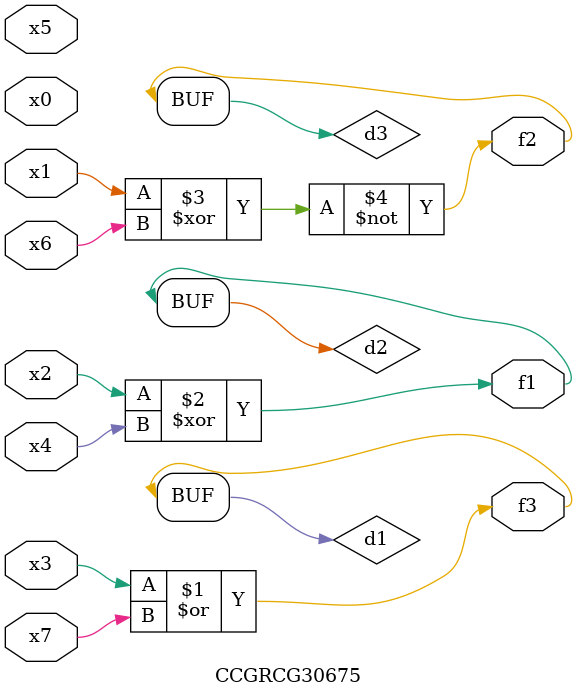
<source format=v>
module CCGRCG30675(
	input x0, x1, x2, x3, x4, x5, x6, x7,
	output f1, f2, f3
);

	wire d1, d2, d3;

	or (d1, x3, x7);
	xor (d2, x2, x4);
	xnor (d3, x1, x6);
	assign f1 = d2;
	assign f2 = d3;
	assign f3 = d1;
endmodule

</source>
